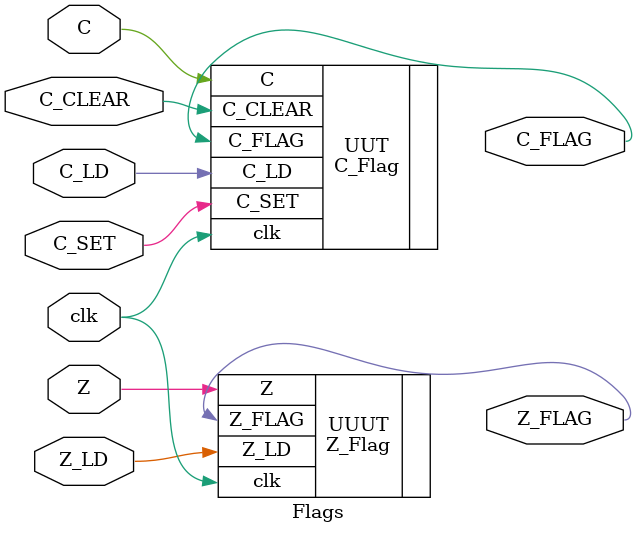
<source format=sv>
`timescale 1ns / 1ps


module Flags(
        input clk,
        input C,
        input C_CLEAR,
        input C_SET,
        input C_LD,
        output wire C_FLAG,
        input Z_LD,
        input Z,
        output wire Z_FLAG       
    );
    
    C_Flag  UUT(
    .clk    (clk),
    .C      (C),
    .C_CLEAR    (C_CLEAR),
    .C_SET  (C_SET),
    .C_LD   (C_LD),
    .C_FLAG (C_FLAG)
    );
    
    Z_Flag  UUUT(
    .clk    (clk),
    .Z_LD   (Z_LD),
    .Z      (Z),
    .Z_FLAG (Z_FLAG)
    );
    
endmodule

</source>
